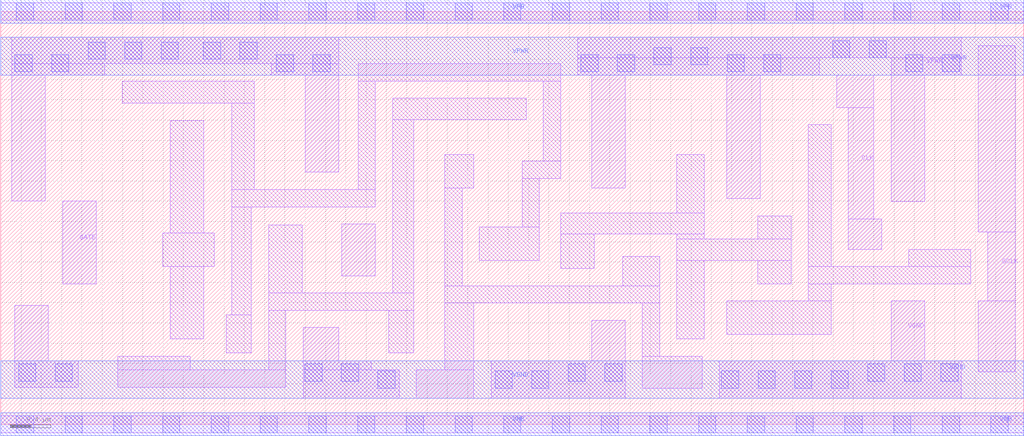
<source format=lef>
# Copyright 2020 The SkyWater PDK Authors
#
# Licensed under the Apache License, Version 2.0 (the "License");
# you may not use this file except in compliance with the License.
# You may obtain a copy of the License at
#
#     https://www.apache.org/licenses/LICENSE-2.0
#
# Unless required by applicable law or agreed to in writing, software
# distributed under the License is distributed on an "AS IS" BASIS,
# WITHOUT WARRANTIES OR CONDITIONS OF ANY KIND, either express or implied.
# See the License for the specific language governing permissions and
# limitations under the License.
#
# SPDX-License-Identifier: Apache-2.0

VERSION 5.7 ;
  NAMESCASESENSITIVE ON ;
  NOWIREEXTENSIONATPIN ON ;
  DIVIDERCHAR "/" ;
  BUSBITCHARS "[]" ;
UNITS
  DATABASE MICRONS 200 ;
END UNITS
MACRO sky130_fd_sc_hvl__dlclkp_1
  CLASS CORE ;
  SOURCE USER ;
  FOREIGN sky130_fd_sc_hvl__dlclkp_1 ;
  ORIGIN  0.000000  0.000000 ;
  SIZE  10.08000 BY  4.070000 ;
  SYMMETRY X Y ;
  SITE unithv ;
  PIN GATE
    ANTENNAGATEAREA  0.585000 ;
    DIRECTION INPUT ;
    USE SIGNAL ;
    PORT
      LAYER li1 ;
        RECT 0.610000 1.385000 0.940000 2.200000 ;
    END
  END GATE
  PIN GCLK
    ANTENNADIFFAREA  0.596250 ;
    DIRECTION OUTPUT ;
    USE SIGNAL ;
    PORT
      LAYER li1 ;
        RECT 9.630000 0.515000 9.995000 1.215000 ;
        RECT 9.630000 1.895000 9.995000 3.735000 ;
        RECT 9.725000 1.215000 9.995000 1.895000 ;
    END
  END GCLK
  PIN CLK
    ANTENNAGATEAREA  1.170000 ;
    DIRECTION INPUT ;
    USE CLOCK ;
    PORT
      LAYER li1 ;
        RECT 3.360000 1.465000 3.690000 1.975000 ;
        RECT 8.235000 3.125000 8.600000 3.445000 ;
        RECT 8.350000 1.725000 8.680000 2.025000 ;
        RECT 8.350000 2.025000 8.600000 3.125000 ;
    END
  END CLK
  PIN VGND
    DIRECTION INOUT ;
    USE GROUND ;
    PORT
      LAYER li1 ;
        RECT 0.140000 0.365000 0.765000 0.625000 ;
        RECT 0.140000 0.625000 0.470000 1.170000 ;
        RECT 2.980000 0.255000 3.925000 0.535000 ;
        RECT 2.980000 0.535000 3.650000 0.625000 ;
        RECT 2.980000 0.625000 3.330000 0.955000 ;
        RECT 4.830000 0.255000 6.150000 0.625000 ;
        RECT 5.820000 0.625000 6.150000 1.025000 ;
        RECT 7.080000 0.255000 9.460000 0.625000 ;
        RECT 8.770000 0.625000 9.100000 1.215000 ;
      LAYER mcon ;
        RECT 0.175000 0.425000 0.345000 0.595000 ;
        RECT 0.535000 0.425000 0.705000 0.595000 ;
        RECT 2.995000 0.425000 3.165000 0.595000 ;
        RECT 3.355000 0.425000 3.525000 0.595000 ;
        RECT 3.715000 0.355000 3.885000 0.525000 ;
        RECT 4.870000 0.355000 5.040000 0.525000 ;
        RECT 5.230000 0.355000 5.400000 0.525000 ;
        RECT 5.590000 0.425000 5.760000 0.595000 ;
        RECT 5.950000 0.425000 6.120000 0.595000 ;
        RECT 7.100000 0.355000 7.270000 0.525000 ;
        RECT 7.460000 0.355000 7.630000 0.525000 ;
        RECT 7.820000 0.355000 7.990000 0.525000 ;
        RECT 8.180000 0.355000 8.350000 0.525000 ;
        RECT 8.540000 0.425000 8.710000 0.595000 ;
        RECT 8.900000 0.425000 9.070000 0.595000 ;
        RECT 9.260000 0.425000 9.430000 0.595000 ;
      LAYER met1 ;
        RECT 0.000000 0.255000 10.080000 0.625000 ;
    END
  END VGND
  PIN VNB
    DIRECTION INOUT ;
    USE GROUND ;
    PORT
      LAYER li1 ;
        RECT 0.000000 -0.085000 10.080000 0.085000 ;
      LAYER mcon ;
        RECT 0.155000 -0.085000 0.325000 0.085000 ;
        RECT 0.635000 -0.085000 0.805000 0.085000 ;
        RECT 1.115000 -0.085000 1.285000 0.085000 ;
        RECT 1.595000 -0.085000 1.765000 0.085000 ;
        RECT 2.075000 -0.085000 2.245000 0.085000 ;
        RECT 2.555000 -0.085000 2.725000 0.085000 ;
        RECT 3.035000 -0.085000 3.205000 0.085000 ;
        RECT 3.515000 -0.085000 3.685000 0.085000 ;
        RECT 3.995000 -0.085000 4.165000 0.085000 ;
        RECT 4.475000 -0.085000 4.645000 0.085000 ;
        RECT 4.955000 -0.085000 5.125000 0.085000 ;
        RECT 5.435000 -0.085000 5.605000 0.085000 ;
        RECT 5.915000 -0.085000 6.085000 0.085000 ;
        RECT 6.395000 -0.085000 6.565000 0.085000 ;
        RECT 6.875000 -0.085000 7.045000 0.085000 ;
        RECT 7.355000 -0.085000 7.525000 0.085000 ;
        RECT 7.835000 -0.085000 8.005000 0.085000 ;
        RECT 8.315000 -0.085000 8.485000 0.085000 ;
        RECT 8.795000 -0.085000 8.965000 0.085000 ;
        RECT 9.275000 -0.085000 9.445000 0.085000 ;
        RECT 9.755000 -0.085000 9.925000 0.085000 ;
      LAYER met1 ;
        RECT 0.000000 -0.115000 10.080000 0.115000 ;
    END
  END VNB
  PIN VPB
    DIRECTION INOUT ;
    USE POWER ;
    PORT
      LAYER li1 ;
        RECT 0.000000 3.985000 10.080000 4.155000 ;
      LAYER mcon ;
        RECT 0.155000 3.985000 0.325000 4.155000 ;
        RECT 0.635000 3.985000 0.805000 4.155000 ;
        RECT 1.115000 3.985000 1.285000 4.155000 ;
        RECT 1.595000 3.985000 1.765000 4.155000 ;
        RECT 2.075000 3.985000 2.245000 4.155000 ;
        RECT 2.555000 3.985000 2.725000 4.155000 ;
        RECT 3.035000 3.985000 3.205000 4.155000 ;
        RECT 3.515000 3.985000 3.685000 4.155000 ;
        RECT 3.995000 3.985000 4.165000 4.155000 ;
        RECT 4.475000 3.985000 4.645000 4.155000 ;
        RECT 4.955000 3.985000 5.125000 4.155000 ;
        RECT 5.435000 3.985000 5.605000 4.155000 ;
        RECT 5.915000 3.985000 6.085000 4.155000 ;
        RECT 6.395000 3.985000 6.565000 4.155000 ;
        RECT 6.875000 3.985000 7.045000 4.155000 ;
        RECT 7.355000 3.985000 7.525000 4.155000 ;
        RECT 7.835000 3.985000 8.005000 4.155000 ;
        RECT 8.315000 3.985000 8.485000 4.155000 ;
        RECT 8.795000 3.985000 8.965000 4.155000 ;
        RECT 9.275000 3.985000 9.445000 4.155000 ;
        RECT 9.755000 3.985000 9.925000 4.155000 ;
      LAYER met1 ;
        RECT 0.000000 3.955000 10.080000 4.185000 ;
    END
  END VPB
  PIN VPWR
    DIRECTION INOUT ;
    USE POWER ;
    PORT
      LAYER li1 ;
        RECT 0.110000 2.200000 0.440000 3.445000 ;
        RECT 0.110000 3.445000 1.025000 3.555000 ;
        RECT 0.110000 3.555000 3.330000 3.815000 ;
        RECT 2.665000 3.445000 3.330000 3.555000 ;
        RECT 3.000000 2.485000 3.330000 3.445000 ;
        RECT 5.685000 3.445000 8.065000 3.615000 ;
        RECT 5.685000 3.615000 9.460000 3.815000 ;
        RECT 5.820000 2.330000 6.150000 3.445000 ;
        RECT 7.150000 2.225000 7.480000 3.445000 ;
        RECT 8.770000 2.195000 9.100000 3.445000 ;
        RECT 8.770000 3.445000 9.460000 3.615000 ;
      LAYER mcon ;
        RECT 0.140000 3.475000 0.310000 3.645000 ;
        RECT 0.500000 3.475000 0.670000 3.645000 ;
        RECT 0.860000 3.600000 1.030000 3.770000 ;
        RECT 1.220000 3.600000 1.390000 3.770000 ;
        RECT 1.580000 3.600000 1.750000 3.770000 ;
        RECT 1.995000 3.600000 2.165000 3.770000 ;
        RECT 2.355000 3.600000 2.525000 3.770000 ;
        RECT 2.715000 3.475000 2.885000 3.645000 ;
        RECT 3.075000 3.475000 3.245000 3.645000 ;
        RECT 5.715000 3.475000 5.885000 3.645000 ;
        RECT 6.075000 3.475000 6.245000 3.645000 ;
        RECT 6.435000 3.545000 6.605000 3.715000 ;
        RECT 6.795000 3.545000 6.965000 3.715000 ;
        RECT 7.155000 3.475000 7.325000 3.645000 ;
        RECT 7.515000 3.475000 7.685000 3.645000 ;
        RECT 8.195000 3.615000 8.365000 3.785000 ;
        RECT 8.555000 3.615000 8.725000 3.785000 ;
        RECT 8.915000 3.475000 9.085000 3.645000 ;
        RECT 9.275000 3.475000 9.445000 3.645000 ;
      LAYER met1 ;
        RECT 0.000000 3.445000 10.080000 3.815000 ;
    END
  END VPWR
  OBS
    LAYER li1 ;
      RECT 1.155000 0.365000 2.810000 0.535000 ;
      RECT 1.155000 0.535000 1.865000 0.670000 ;
      RECT 1.195000 3.165000 2.495000 3.385000 ;
      RECT 1.595000 1.555000 2.105000 1.885000 ;
      RECT 1.670000 0.840000 2.000000 1.555000 ;
      RECT 1.670000 1.885000 2.000000 2.995000 ;
      RECT 2.220000 0.705000 2.470000 1.080000 ;
      RECT 2.275000 1.080000 2.470000 2.145000 ;
      RECT 2.275000 2.145000 3.690000 2.315000 ;
      RECT 2.275000 2.315000 2.495000 3.165000 ;
      RECT 2.640000 0.535000 2.810000 1.125000 ;
      RECT 2.640000 1.125000 4.070000 1.295000 ;
      RECT 2.640000 1.295000 2.970000 1.965000 ;
      RECT 3.520000 2.315000 3.690000 3.385000 ;
      RECT 3.520000 3.385000 5.515000 3.555000 ;
      RECT 3.820000 0.705000 4.070000 1.125000 ;
      RECT 3.860000 1.295000 4.070000 3.005000 ;
      RECT 3.860000 3.005000 5.175000 3.215000 ;
      RECT 4.095000 0.255000 4.660000 0.535000 ;
      RECT 4.375000 0.535000 4.660000 1.195000 ;
      RECT 4.375000 1.195000 6.490000 1.365000 ;
      RECT 4.375000 1.365000 4.545000 2.330000 ;
      RECT 4.375000 2.330000 4.660000 2.660000 ;
      RECT 4.715000 1.615000 5.305000 1.945000 ;
      RECT 5.135000 1.945000 5.305000 2.425000 ;
      RECT 5.135000 2.425000 5.515000 2.595000 ;
      RECT 5.345000 2.595000 5.515000 3.385000 ;
      RECT 5.515000 1.535000 5.845000 1.875000 ;
      RECT 5.515000 1.875000 6.930000 2.085000 ;
      RECT 6.125000 1.365000 6.490000 1.655000 ;
      RECT 6.320000 0.355000 6.910000 0.670000 ;
      RECT 6.320000 0.670000 6.490000 1.195000 ;
      RECT 6.660000 0.840000 6.930000 1.615000 ;
      RECT 6.660000 1.615000 7.785000 1.825000 ;
      RECT 6.660000 1.825000 6.930000 1.875000 ;
      RECT 6.660000 2.085000 6.930000 2.660000 ;
      RECT 7.150000 0.885000 8.180000 1.215000 ;
      RECT 7.455000 1.385000 7.785000 1.615000 ;
      RECT 7.455000 1.825000 7.785000 2.055000 ;
      RECT 7.955000 1.215000 8.180000 1.385000 ;
      RECT 7.955000 1.385000 9.555000 1.555000 ;
      RECT 7.955000 1.555000 8.180000 2.955000 ;
      RECT 8.945000 1.555000 9.555000 1.725000 ;
  END
END sky130_fd_sc_hvl__dlclkp_1

</source>
